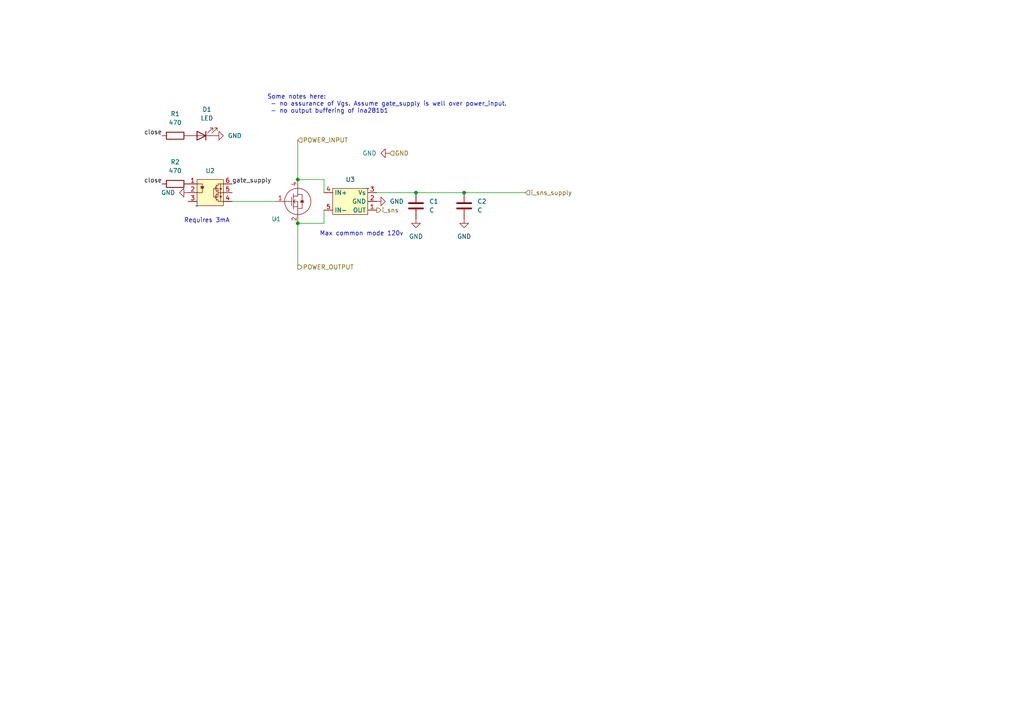
<source format=kicad_sch>
(kicad_sch (version 20230121) (generator eeschema)
  (paper "A4")
  (lib_symbols
    (symbol "Device:C" (pin_numbers hide) (pin_names (offset 0.254))
      (property "Reference" "C" (at 0.635 2.54 0))
      (property "Value" "C" (at 0.635 -2.54 0))
      (symbol "C_0_1"
        (polyline (pts (xy -2.032 -0.762) (xy 2.032 -0.762)) (stroke (width 0.508)))
        (polyline (pts (xy -2.032 0.762) (xy 2.032 0.762)) (stroke (width 0.508)))
      )
      (symbol "C_1_1"
        (pin passive line (at 0 3.81 270) (length 2.794) (name "~") (number "1"))
        (pin passive line (at 0 -3.81 90) (length 2.794) (name "~") (number "2"))
      )
    )
    (symbol "Device:LED" (pin_numbers hide) (pin_names (offset 1.016) hide)
      (property "Reference" "D" (at 0 2.54 0))
      (property "Value" "LED" (at 0 -2.54 0))
      (symbol "LED_0_1"
        (polyline (pts (xy -1.27 -1.27) (xy -1.27 1.27)) (stroke (width 0.254)))
        (polyline (pts (xy -1.27 0) (xy 1.27 0)))
        (polyline (pts (xy 1.27 -1.27) (xy 1.27 1.27) (xy -1.27 0) (xy 1.27 -1.27)) (stroke (width 0.254)))
        (polyline (pts (xy -3.048 -0.762) (xy -4.572 -2.286) (xy -3.81 -2.286) (xy -4.572 -2.286) (xy -4.572 -1.524)))
        (polyline (pts (xy -1.778 -0.762) (xy -3.302 -2.286) (xy -2.54 -2.286) (xy -3.302 -2.286) (xy -3.302 -1.524)))
      )
      (symbol "LED_1_1"
        (pin passive line (at -3.81 0 0) (length 2.54) (name "K") (number "1"))
        (pin passive line (at 3.81 0 180) (length 2.54) (name "A") (number "2"))
      )
    )
    (symbol "Device:R" (pin_numbers hide) (pin_names (offset 0))
      (property "Reference" "R" (at 2.032 0 90))
      (property "Value" "R" (at 0 0 90))
      (symbol "R_0_1"
        (rectangle (start -1.016 -2.54) (end 1.016 2.54) (stroke (width 0.254)))
      )
      (symbol "R_1_1"
        (pin passive line (at 0 3.81 270) (length 1.27) (name "~") (number "1"))
        (pin passive line (at 0 -3.81 90) (length 1.27) (name "~") (number "2"))
      )
    )
    (symbol "my parts:AQV252G"
      (property "Reference" "U2" (at 3.81 10.16 0))
      (property "Value" "~" (at 0 0 0))
      (symbol "AQV252G_0_1"
        (polyline (pts (xy 5.588 3.556) (xy 5.588 1.524)))
        (polyline (pts (xy 6.604 2.54) (xy 7.112 2.54)))
        (polyline (pts (xy 6.604 5.08) (xy 7.112 5.08)))
        (polyline (pts (xy 6.858 3.81) (xy 6.858 1.27)))
        (polyline (pts (xy 7.62 1.27) (xy 6.096 1.27)))
        (polyline (pts (xy 7.62 3.81) (xy 6.096 3.81)))
        (polyline (pts (xy 7.62 6.35) (xy 6.096 6.35)))
        (polyline (pts (xy 5.334 3.048) (xy 5.334 2.032) (xy 5.334 2.54)))
        (polyline (pts (xy 5.334 5.588) (xy 5.334 4.572) (xy 5.334 4.826)))
        (polyline (pts (xy 5.588 6.096) (xy 5.588 4.064) (xy 5.588 4.826)))
        (polyline (pts (xy 6.096 1.27) (xy 6.096 1.778) (xy 5.588 1.778)))
        (polyline (pts (xy 6.096 3.302) (xy 6.096 2.54) (xy 5.588 2.54)))
        (polyline (pts (xy 6.096 3.81) (xy 6.096 3.302) (xy 5.588 3.302)))
        (polyline (pts (xy 6.096 3.81) (xy 6.096 4.318) (xy 5.588 4.318)))
        (polyline (pts (xy 6.096 4.318) (xy 6.096 5.08) (xy 5.588 5.08)))
        (polyline (pts (xy 6.096 6.35) (xy 6.096 5.842) (xy 5.588 5.842)))
        (polyline (pts (xy 6.858 6.35) (xy 6.858 3.81) (xy 6.858 4.318)))
        (polyline (pts (xy 6.604 2.794) (xy 7.112 2.794) (xy 6.858 2.54) (xy 6.604 2.794)))
        (polyline (pts (xy 5.334 5.08) (xy 4.826 5.08) (xy 4.826 2.54) (xy 5.334 2.54) (xy 5.334 2.54)))
        (polyline (pts (xy 6.604 4.826) (xy 7.112 4.826) (xy 6.858 5.08) (xy 6.604 4.826) (xy 6.858 5.08)))
        (polyline (pts (xy 0 6.35) (xy 1.524 6.35) (xy 1.524 3.81) (xy 0 3.81) (xy 1.524 3.81) (xy 1.524 5.588) (xy 2.032 5.588) (xy 1.524 5.08) (xy 1.016 5.588) (xy 1.524 5.588) (xy 1.27 5.334) (xy 1.778 5.334) (xy 1.524 5.588) (xy 1.778 5.588) (xy 1.778 5.334) (xy 1.27 5.334) (xy 1.27 5.588) (xy 1.524 5.08) (xy 2.032 5.08) (xy 1.016 5.08) (xy 1.524 5.08)))
      )
      (symbol "AQV252G_1_1"
        (rectangle (start 0 7.62) (end 7.62 0) (fill (type background)))
        (pin input line (at -2.54 6.35 0) (length 2.54) (name "") (number "1"))
        (pin input line (at -2.54 3.81 0) (length 2.54) (name "") (number "2"))
        (pin input line (at -2.54 1.27 0) (length 2.54) (name "") (number "3"))
        (pin input line (at 10.16 1.27 180) (length 2.54) (name "") (number "4"))
        (pin input line (at 10.16 3.81 180) (length 2.54) (name "") (number "5"))
        (pin input line (at 10.16 6.35 180) (length 2.54) (name "") (number "6"))
      )
    )
    (symbol "my parts:INA281B1"
      (property "Reference" "U3" (at 5.08 10.16 0))
      (property "Value" "~" (at 0 0 0))
      (symbol "INA281B1_1_1"
        (rectangle (start 0 7.62) (end 10.16 0) (fill (type background)))
        (pin input line (at -2.54 6.35 0) (length 2.54) (name "OUT") (number "1"))
        (pin input line (at -2.54 3.81 0) (length 2.54) (name "GND") (number "2"))
        (pin input line (at -2.54 1.27 0) (length 2.54) (name "Vs") (number "3"))
        (pin input line (at 12.7 1.27 180) (length 2.54) (name "IN+") (number "4"))
        (pin input line (at 12.7 6.35 180) (length 2.54) (name "IN-") (number "5"))
      )
    )
    (symbol "my parts:IPB032N10N5"
      (property "Reference" "U" (at 0 0 0))
      (symbol "IPB032N10N5_0_1"
        (polyline (pts (xy 4.572 6.35) (xy 4.572 3.81)))
        (polyline (pts (xy 5.08 7.366) (xy 5.08 2.794)))
        (polyline (pts (xy 6.35 3.556) (xy 5.08 3.556)))
        (polyline (pts (xy 6.35 6.604) (xy 5.08 6.604)))
        (polyline (pts (xy 6.35 6.604) (xy 6.35 8.89)))
        (polyline (pts (xy 2.54 5.08) (xy 4.318 5.08) (xy 4.572 5.08)))
        (polyline (pts (xy 7.62 5.334) (xy 7.62 7.112) (xy 6.35 7.112)))
        (polyline (pts (xy 8.128 5.334) (xy 7.112 5.334) (xy 7.62 5.334)))
        (polyline (pts (xy 6.35 1.27) (xy 6.35 5.08) (xy 5.08 5.08) (xy 5.588 5.588) (xy 5.08 5.08) (xy 5.588 4.572)))
        (polyline (pts (xy 6.35 3.048) (xy 7.62 3.048) (xy 7.62 4.826) (xy 8.128 4.826) (xy 7.62 5.334) (xy 7.112 4.826) (xy 7.62 4.826) (xy 7.62 5.334) (xy 7.874 5.08) (xy 7.62 4.826) (xy 7.366 5.08) (xy 7.366 4.826) (xy 7.874 4.826) (xy 7.874 5.08) (xy 7.366 5.08)))
        (circle (center 6.35 5.08) (radius 3.81))
      )
      (symbol "IPB032N10N5_1_1"
        (pin input line (at 0 5.08 0) (length 2.54) (name "") (number "1"))
        (pin input line (at 6.35 -1.27 90) (length 2.54) (name "") (number "2"))
        (pin input line (at 6.35 -1.27 90) (length 2.54) hide (name "") (number "3"))
        (pin input line (at 6.35 11.43 270) (length 2.54) (name "") (number "4"))
        (pin input line (at 6.35 -1.27 90) (length 2.54) hide (name "") (number "5"))
        (pin input line (at 6.35 -1.27 90) (length 2.54) hide (name "") (number "6"))
        (pin input line (at 6.35 -1.27 90) (length 2.54) hide (name "") (number "7"))
      )
    )
    (symbol "power:GND" (power) (pin_names (offset 0))
      (property "Value" "GND" (at 0 -3.81 0))
      (symbol "GND_0_1"
        (polyline (pts (xy 0 0) (xy 0 -1.27) (xy 1.27 -1.27) (xy 0 -2.54) (xy -1.27 -1.27) (xy 0 -1.27)))
      )
      (symbol "GND_1_1"
        (pin power_in line (at 0 0 270) (length 0) hide (name "GND") (number "1"))
      )
    )
  )
  (junction (at 86.36 52.07))
  (junction (at 134.62 55.88))
  (junction (at 120.65 55.88))
  (junction (at 86.36 64.77))
  (wire (pts (xy 67.31 58.42) (xy 80.01 58.42)))
  (wire (pts (xy 93.98 60.96) (xy 93.98 64.77)))
  (wire (pts (xy 86.36 64.77) (xy 86.36 77.47)))
  (wire (pts (xy 86.36 40.64) (xy 86.36 52.07)))
  (wire (pts (xy 152.4 55.88) (xy 134.62 55.88)))
  (wire (pts (xy 93.98 55.88) (xy 93.98 52.07)))
  (wire (pts (xy 86.36 52.07) (xy 93.98 52.07)))
  (wire (pts (xy 134.62 55.88) (xy 120.65 55.88)))
  (wire (pts (xy 86.36 64.77) (xy 93.98 64.77)))
  (wire (pts (xy 109.22 55.88) (xy 120.65 55.88)))
  (text "Some notes here:\n - no assurance of Vgs. Assume gate_supply is well over power_input.\n - no output buffering of ina281b1" (at 77.47 33.02 0) (effects (font (size 1.27 1.27)) (justify left bottom)))
  (text "Requires 3mA" (at 53.34 64.77 0) (effects (font (size 1.27 1.27)) (justify left bottom)))
  (text "Max common mode 120v" (at 92.71 68.58 0) (effects (font (size 1.27 1.27)) (justify left bottom)))
  (label "close" (at 46.99 53.34 180))
  (label "gate_supply" (at 67.31 53.34 0))
  (label "close" (at 46.99 39.37 180))
  (hierarchical_label "i_sns" (shape output) (at 109.22 60.96 0))
  (hierarchical_label "POWER_OUTPUT" (shape output) (at 86.36 77.47 0))
  (hierarchical_label "GND" (shape input) (at 113.03 44.45 0))
  (hierarchical_label "i_sns_supply" (shape input) (at 152.4 55.88 0))
  (hierarchical_label "POWER_INPUT" (shape input) (at 86.36 40.64 0))
  (symbol (lib_id "my parts:IPB032N10N5") (at 80.01 63.5 0) (unit 1)
    (property "Reference" "U1" (at 78.74 63.5 0) (effects (justify left)))
    (property "Value" "~" (at 80.01 63.5 0))
    (property "Footprint" "Package_TO_SOT_SMD:TO-263-6" (effects hide))
    (instances (project "fuck_it_power_supply" (path "" (reference "U1") (unit 1)) (path "" (reference "U2") (unit 1))))
  )
  (symbol (lib_id "my parts:AQV252G") (at 57.15 59.69 0) (unit 1)
    (property "Reference" "U2" (at 60.96 49.53 0))
    (property "Value" "~" (at 57.15 59.69 0))
    (property "Footprint" "Package_DIP:DIP-6_W7.62mm" (effects hide))
    (instances (project "fuck_it_power_supply" (path "" (reference "U2") (unit 1)) (path "" (reference "U1") (unit 1))))
  )
  (symbol (lib_id "power:GND") (at 113.03 44.45 270) (unit 1)
    (property "Reference" "#PWR01" (effects hide))
    (property "Value" "GND" (at 109.22 44.45 90) (effects (justify right)))
    (instances (project "fuck_it_power_supply" (path "" (reference "#PWR01") (unit 1)) (path "" (reference "#PWR03") (unit 1))))
  )
  (symbol (lib_id "Device:R") (at 50.8 39.37 90) (unit 1)
    (property "Reference" "R1" (at 50.8 33.02 90))
    (property "Value" "470" (at 50.8 35.56 90))
    (property "Footprint" "Resistor_SMD:R_0603_1608Metric_Pad0.98x0.95mm_HandSolder" (effects hide))
  )
  (symbol (lib_id "power:GND") (at 62.23 39.37 90) (unit 1)
    (property "Reference" "#PWR01" (effects hide))
    (property "Value" "GND" (at 66.04 39.37 90) (effects (justify right)))
    (instances (project "fuck_it_power_supply" (path "" (reference "#PWR01") (unit 1)) (path "" (reference "#PWR02") (unit 1))))
  )
  (symbol (lib_id "power:GND") (at 120.65 63.5 0) (unit 1)
    (property "Reference" "#PWR01" (effects hide))
    (property "Value" "GND" (at 120.65 68.58 0))
    (instances (project "fuck_it_power_supply" (path "" (reference "#PWR01") (unit 1)) (path "" (reference "#PWR05") (unit 1))))
  )
  (symbol (lib_id "power:GND") (at 109.22 58.42 90) (unit 1)
    (property "Reference" "#PWR01" (effects hide))
    (property "Value" "GND" (at 113.03 58.42 90) (effects (justify right)))
  )
  (symbol (lib_id "my parts:INA281B1") (at 106.68 54.61 180) (unit 1)
    (property "Reference" "U3" (at 101.6 52.07 0))
    (property "Value" "~" (at 106.68 54.61 0))
    (property "Footprint" "Package_TO_SOT_SMD:SOT-23-5_HandSoldering" (effects hide))
  )
  (symbol (lib_id "Device:C") (at 134.62 59.69 0) (unit 1)
    (property "Reference" "C2" (at 138.43 58.42 0) (effects (justify left)))
    (property "Value" "C" (at 138.43 60.96 0) (effects (justify left)))
    (property "Footprint" "Capacitor_SMD:C_1206_3216Metric_Pad1.33x1.80mm_HandSolder" (effects hide))
  )
  (symbol (lib_id "Device:LED") (at 58.42 39.37 180) (unit 1)
    (property "Reference" "D1" (at 60.0075 31.75 0))
    (property "Value" "LED" (at 60.0075 34.29 0))
    (property "Footprint" "LED_SMD:LED_0603_1608Metric_Pad1.05x0.95mm_HandSolder" (effects hide))
  )
  (symbol (lib_id "power:GND") (at 54.61 55.88 270) (unit 1)
    (property "Reference" "#PWR01" (effects hide))
    (property "Value" "GND" (at 50.8 55.88 90) (effects (justify right)))
    (instances (project "fuck_it_power_supply" (path "" (reference "#PWR01") (unit 1)) (path "" (reference "#PWR04") (unit 1))))
  )
  (symbol (lib_id "power:GND") (at 134.62 63.5 0) (unit 1)
    (property "Reference" "#PWR01" (effects hide))
    (property "Value" "GND" (at 134.62 68.58 0))
    (instances (project "fuck_it_power_supply" (path "" (reference "#PWR01") (unit 1)) (path "" (reference "#PWR06") (unit 1))))
  )
  (symbol (lib_id "Device:R") (at 50.8 53.34 90) (unit 1)
    (property "Reference" "R2" (at 50.8 46.99 90))
    (property "Value" "470" (at 50.8 49.53 90))
    (property "Footprint" "Resistor_SMD:R_0603_1608Metric_Pad0.98x0.95mm_HandSolder" (effects hide))
  )
  (symbol (lib_id "Device:C") (at 120.65 59.69 0) (unit 1)
    (property "Reference" "C1" (at 124.46 58.42 0) (effects (justify left)))
    (property "Value" "C" (at 124.46 60.96 0) (effects (justify left)))
    (property "Footprint" "Capacitor_SMD:C_0603_1608Metric_Pad1.08x0.95mm_HandSolder" (effects hide))
  )
)
</source>
